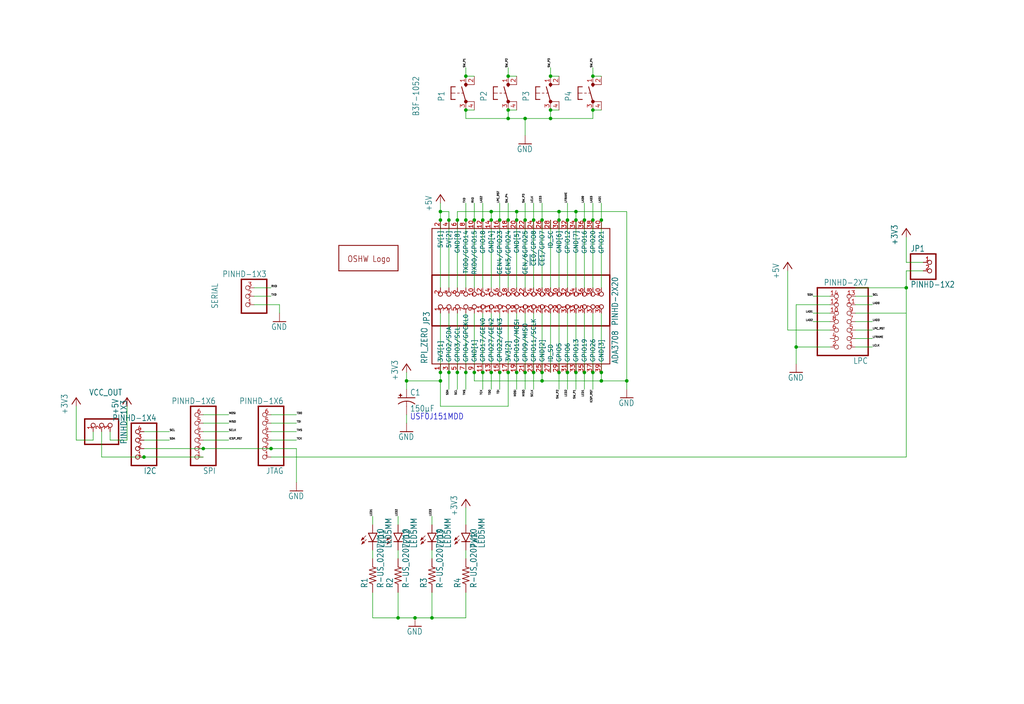
<source format=kicad_sch>
(kicad_sch (version 20211123) (generator eeschema)
  (paper "User" 307.111 211.226)
  (lib_symbols
    (symbol "xenium-programmer-rpi-eagle-import:+3V3" (power)
      (property "Value" "+3V3" (at -2.54 -5.08 90))
      (symbol "+3V3_1_0"
        (polyline (pts (xy 0 0) (xy -1.27 -1.905)) (stroke (width 0.254)))
        (polyline (pts (xy 1.27 -1.905) (xy 0 0)) (stroke (width 0.254)))
        (pin power_in line (at 0 -2.54 90) (length 2.54) (name "+3V3") (number "1"))
      )
    )
    (symbol "xenium-programmer-rpi-eagle-import:+5V" (power)
      (property "Value" "+5V" (at -2.54 -5.08 90))
      (symbol "+5V_1_0"
        (polyline (pts (xy 0 0) (xy -1.27 -1.905)) (stroke (width 0.254)))
        (polyline (pts (xy 1.27 -1.905) (xy 0 0)) (stroke (width 0.254)))
        (pin power_in line (at 0 -2.54 90) (length 2.54) (name "+5V") (number "1"))
      )
    )
    (symbol "xenium-programmer-rpi-eagle-import:ADA3708"
      (property "Reference" "A" (at -20.34 26.6962 0))
      (property "Value" "ADA3708" (at -20.3391 -30.5087 0))
      (symbol "ADA3708_1_0"
        (polyline (pts (xy -20.32 -27.94) (xy -20.32 25.4)) (stroke (width 0.254)))
        (polyline (pts (xy -20.32 25.4) (xy 20.32 25.4)) (stroke (width 0.254)))
        (polyline (pts (xy 20.32 -27.94) (xy -20.32 -27.94)) (stroke (width 0.254)))
        (polyline (pts (xy 20.32 25.4) (xy 20.32 -27.94)) (stroke (width 0.254)))
        (pin power_in line (at -22.86 22.86 0) (length 2.54) (name "3V3[1]") (number "1"))
        (pin bidirectional line (at 22.86 12.7 180) (length 2.54) (name "RXD0/GPIO15") (number "10"))
        (pin bidirectional line (at -22.86 10.16 0) (length 2.54) (name "GPIO17/GEN0") (number "11"))
        (pin bidirectional line (at 22.86 10.16 180) (length 2.54) (name "GPIO18") (number "12"))
        (pin bidirectional line (at -22.86 7.62 0) (length 2.54) (name "GPIO27/GEN2") (number "13"))
        (pin power_in line (at 22.86 7.62 180) (length 2.54) (name "GND[4]") (number "14"))
        (pin bidirectional line (at -22.86 5.08 0) (length 2.54) (name "GPIO22/GEN3") (number "15"))
        (pin bidirectional line (at 22.86 5.08 180) (length 2.54) (name "GEN4/GPIO23") (number "16"))
        (pin power_in line (at -22.86 2.54 0) (length 2.54) (name "3V3[2]") (number "17"))
        (pin bidirectional line (at 22.86 2.54 180) (length 2.54) (name "GEN5/GPIO24") (number "18"))
        (pin bidirectional line (at -22.86 0 0) (length 2.54) (name "GPIO10/MOSI") (number "19"))
        (pin power_in line (at 22.86 22.86 180) (length 2.54) (name "5V[1]") (number "2"))
        (pin power_in line (at 22.86 0 180) (length 2.54) (name "GND[5]") (number "20"))
        (pin bidirectional line (at -22.86 -2.54 0) (length 2.54) (name "GPIO9/MISO") (number "21"))
        (pin bidirectional line (at 22.86 -2.54 180) (length 2.54) (name "GEN/6GPIO25") (number "22"))
        (pin bidirectional line (at -22.86 -5.08 0) (length 2.54) (name "GPIO11/SCLK") (number "23"))
        (pin bidirectional line (at 22.86 -5.08 180) (length 2.54) (name "~{CE0}/GPIO8") (number "24"))
        (pin power_in line (at -22.86 -7.62 0) (length 2.54) (name "GND[2]") (number "25"))
        (pin bidirectional line (at 22.86 -7.62 180) (length 2.54) (name "~{CE1/}GPIO7") (number "26"))
        (pin bidirectional line (at -22.86 -10.16 0) (length 2.54) (name "ID_SD") (number "27"))
        (pin bidirectional line (at 22.86 -10.16 180) (length 2.54) (name "ID_SC") (number "28"))
        (pin bidirectional line (at -22.86 -12.7 0) (length 2.54) (name "GPIO5") (number "29"))
        (pin bidirectional line (at -22.86 20.32 0) (length 2.54) (name "GPIO2/SDA") (number "3"))
        (pin power_in line (at 22.86 -12.7 180) (length 2.54) (name "GND[6]") (number "30"))
        (pin bidirectional line (at -22.86 -15.24 0) (length 2.54) (name "GPIO6") (number "31"))
        (pin bidirectional line (at 22.86 -15.24 180) (length 2.54) (name "GPIO12") (number "32"))
        (pin bidirectional line (at -22.86 -17.78 0) (length 2.54) (name "GPIO13") (number "33"))
        (pin power_in line (at 22.86 -17.78 180) (length 2.54) (name "GND[7]") (number "34"))
        (pin bidirectional line (at -22.86 -20.32 0) (length 2.54) (name "GPIO19") (number "35"))
        (pin bidirectional line (at 22.86 -20.32 180) (length 2.54) (name "GPIO16") (number "36"))
        (pin bidirectional line (at -22.86 -22.86 0) (length 2.54) (name "GPIO26") (number "37"))
        (pin bidirectional line (at 22.86 -22.86 180) (length 2.54) (name "GPIO20") (number "38"))
        (pin power_in line (at -22.86 -25.4 0) (length 2.54) (name "GND[3]") (number "39"))
        (pin power_in line (at 22.86 20.32 180) (length 2.54) (name "5V[2]") (number "4"))
        (pin bidirectional line (at 22.86 -25.4 180) (length 2.54) (name "GPIO21") (number "40"))
        (pin bidirectional line (at -22.86 17.78 0) (length 2.54) (name "GPIO3/SCL") (number "5"))
        (pin power_in line (at 22.86 17.78 180) (length 2.54) (name "GND[8]") (number "6"))
        (pin bidirectional line (at -22.86 15.24 0) (length 2.54) (name "GPIO4/GPCKL0") (number "7"))
        (pin bidirectional line (at 22.86 15.24 180) (length 2.54) (name "TXD0/GPIO14") (number "8"))
        (pin power_in line (at -22.86 12.7 0) (length 2.54) (name "GND[1]") (number "9"))
      )
    )
    (symbol "xenium-programmer-rpi-eagle-import:B3F-1052"
      (property "Reference" "S" (at -6.3625 -2.545 90))
      (property "Value" "B3F-1052" (at -3.8105 3.1754 90))
      (symbol "B3F-1052_1_0"
        (circle (center 0 -2.54) (radius 0.127) (stroke (width 0.4064)))
        (polyline (pts (xy -4.445 -1.905) (xy -3.175 -1.905)) (stroke (width 0.254)))
        (polyline (pts (xy -4.445 0) (xy -4.445 -1.905)) (stroke (width 0.254)))
        (polyline (pts (xy -4.445 0) (xy -3.175 0)) (stroke (width 0.1524)))
        (polyline (pts (xy -4.445 1.905) (xy -4.445 0)) (stroke (width 0.254)))
        (polyline (pts (xy -4.445 1.905) (xy -3.175 1.905)) (stroke (width 0.254)))
        (polyline (pts (xy -2.54 0) (xy -1.905 0)) (stroke (width 0.1524)))
        (polyline (pts (xy -1.27 0) (xy -0.635 0)) (stroke (width 0.1524)))
        (polyline (pts (xy 0 -2.54) (xy -1.27 1.905)) (stroke (width 0.254)))
        (polyline (pts (xy 0 1.905) (xy 0 2.54)) (stroke (width 0.254)))
        (polyline (pts (xy 2.54 -2.54) (xy 0 -2.54)) (stroke (width 0.1524)))
        (polyline (pts (xy 2.54 2.54) (xy 0 2.54)) (stroke (width 0.1524)))
        (circle (center 0 2.54) (radius 0.127) (stroke (width 0.4064)))
        (pin passive line (at 0 5.08 270) (length 2.54) (name "S") (number "1"))
        (pin passive line (at 2.54 5.08 270) (length 2.54) (name "S1") (number "2"))
        (pin passive line (at 0 -5.08 90) (length 2.54) (name "P") (number "3"))
        (pin passive line (at 2.54 -5.08 90) (length 2.54) (name "P1") (number "4"))
      )
    )
    (symbol "xenium-programmer-rpi-eagle-import:CPOL-USE3.5-8"
      (property "Reference" "C" (at 1.016 0.635 0))
      (property "Value" "CPOL-USE3.5-8" (at 1.016 -4.191 0))
      (symbol "CPOL-USE3.5-8_1_0"
        (rectangle (start -2.253 0.668) (end -1.364 0.795) (fill (type outline)))
        (rectangle (start -1.872 0.287) (end -1.745 1.176) (fill (type outline)))
        (arc (start 0 -1.0161) (mid -1.3021 -1.2302) (end -2.4669 -1.8504) (stroke (width 0.254)))
        (polyline (pts (xy -2.54 0) (xy 2.54 0)) (stroke (width 0.254)))
        (polyline (pts (xy 0 -1.016) (xy 0 -2.54)) (stroke (width 0.1524)))
        (arc (start 2.4892 -1.8542) (mid 1.3158 -1.2195) (end 0 -1) (stroke (width 0.254)))
        (pin passive line (at 0 2.54 270) (length 2.54) (name "+") (number "+"))
        (pin passive line (at 0 -5.08 90) (length 2.54) (name "-") (number "-"))
      )
    )
    (symbol "xenium-programmer-rpi-eagle-import:GND" (power)
      (property "Value" "GND" (at -2.54 -2.54 0))
      (symbol "GND_1_0"
        (polyline (pts (xy -1.905 0) (xy 1.905 0)) (stroke (width 0.254)))
        (pin power_in line (at 0 2.54 270) (length 2.54) (name "GND") (number "1"))
      )
    )
    (symbol "xenium-programmer-rpi-eagle-import:LED5MM"
      (property "Reference" "LED" (at 3.556 -4.572 90))
      (property "Value" "LED5MM" (at 5.715 -4.572 90))
      (symbol "LED5MM_1_0"
        (polyline (pts (xy -2.032 -0.762) (xy -3.429 -2.159)) (stroke (width 0.1524)))
        (polyline (pts (xy -1.905 -1.905) (xy -3.302 -3.302)) (stroke (width 0.1524)))
        (polyline (pts (xy 0 -2.54) (xy -1.27 -2.54)) (stroke (width 0.254)))
        (polyline (pts (xy 0 -2.54) (xy -1.27 0)) (stroke (width 0.254)))
        (polyline (pts (xy 0 0) (xy -1.27 0)) (stroke (width 0.254)))
        (polyline (pts (xy 1.27 -2.54) (xy 0 -2.54)) (stroke (width 0.254)))
        (polyline (pts (xy 1.27 0) (xy 0 -2.54)) (stroke (width 0.254)))
        (polyline (pts (xy 1.27 0) (xy 0 0)) (stroke (width 0.254)))
        (polyline (pts (xy -3.429 -2.159) (xy -3.048 -1.27) (xy -2.54 -1.778)) (fill (type outline)))
        (polyline (pts (xy -3.302 -3.302) (xy -2.921 -2.413) (xy -2.413 -2.921)) (fill (type outline)))
        (pin passive line (at 0 2.54 270) (length 2.54) (name "A") (number "A"))
        (pin passive line (at 0 -5.08 90) (length 2.54) (name "C") (number "K"))
      )
    )
    (symbol "xenium-programmer-rpi-eagle-import:OSHWLOGOLOGO8MM"
      (symbol "OSHWLOGOLOGO8MM_1_0"
        (polyline (pts (xy 0 0) (xy 0 7.62)) (stroke (width 0.254)))
        (polyline (pts (xy 0 7.62) (xy 17.78 7.62)) (stroke (width 0.254)))
        (polyline (pts (xy 17.78 0) (xy 0 0)) (stroke (width 0.254)))
        (polyline (pts (xy 17.78 7.62) (xy 17.78 0)) (stroke (width 0.254)))
        (text "OSHW Logo" (at 2.54 2.54 0) (effects (font (size 1.778 1.5113)) (justify left bottom)))
      )
    )
    (symbol "xenium-programmer-rpi-eagle-import:PINHD-1X2"
      (property "Reference" "JP" (at -6.35 5.715 0))
      (property "Value" "PINHD-1X2" (at -6.35 -5.08 0))
      (symbol "PINHD-1X2_1_0"
        (polyline (pts (xy -6.35 -2.54) (xy 1.27 -2.54)) (stroke (width 0.4064)))
        (polyline (pts (xy -6.35 5.08) (xy -6.35 -2.54)) (stroke (width 0.4064)))
        (polyline (pts (xy 1.27 -2.54) (xy 1.27 5.08)) (stroke (width 0.4064)))
        (polyline (pts (xy 1.27 5.08) (xy -6.35 5.08)) (stroke (width 0.4064)))
        (pin passive inverted (at -2.54 2.54 0) (length 2.54) (name "1") (number "1"))
        (pin passive inverted (at -2.54 0 0) (length 2.54) (name "2") (number "2"))
      )
    )
    (symbol "xenium-programmer-rpi-eagle-import:PINHD-1X3"
      (property "Reference" "JP" (at -6.35 5.715 0))
      (property "Value" "PINHD-1X3" (at -6.35 -7.62 0))
      (symbol "PINHD-1X3_1_0"
        (polyline (pts (xy -6.35 -5.08) (xy 1.27 -5.08)) (stroke (width 0.4064)))
        (polyline (pts (xy -6.35 5.08) (xy -6.35 -5.08)) (stroke (width 0.4064)))
        (polyline (pts (xy 1.27 -5.08) (xy 1.27 5.08)) (stroke (width 0.4064)))
        (polyline (pts (xy 1.27 5.08) (xy -6.35 5.08)) (stroke (width 0.4064)))
        (pin passive inverted (at -2.54 2.54 0) (length 2.54) (name "1") (number "1"))
        (pin passive inverted (at -2.54 0 0) (length 2.54) (name "2") (number "2"))
        (pin passive inverted (at -2.54 -2.54 0) (length 2.54) (name "3") (number "3"))
      )
    )
    (symbol "xenium-programmer-rpi-eagle-import:PINHD-1X4"
      (property "Reference" "JP" (at -6.35 8.255 0))
      (property "Value" "PINHD-1X4" (at -6.35 -7.62 0))
      (symbol "PINHD-1X4_1_0"
        (polyline (pts (xy -6.35 -5.08) (xy 1.27 -5.08)) (stroke (width 0.4064)))
        (polyline (pts (xy -6.35 7.62) (xy -6.35 -5.08)) (stroke (width 0.4064)))
        (polyline (pts (xy 1.27 -5.08) (xy 1.27 7.62)) (stroke (width 0.4064)))
        (polyline (pts (xy 1.27 7.62) (xy -6.35 7.62)) (stroke (width 0.4064)))
        (pin passive inverted (at -2.54 5.08 0) (length 2.54) (name "1") (number "1"))
        (pin passive inverted (at -2.54 2.54 0) (length 2.54) (name "2") (number "2"))
        (pin passive inverted (at -2.54 0 0) (length 2.54) (name "3") (number "3"))
        (pin passive inverted (at -2.54 -2.54 0) (length 2.54) (name "4") (number "4"))
      )
    )
    (symbol "xenium-programmer-rpi-eagle-import:PINHD-1X6"
      (property "Reference" "JP" (at -6.35 10.795 0))
      (property "Value" "PINHD-1X6" (at -6.35 -10.16 0))
      (symbol "PINHD-1X6_1_0"
        (polyline (pts (xy -6.35 -7.62) (xy 1.27 -7.62)) (stroke (width 0.4064)))
        (polyline (pts (xy -6.35 10.16) (xy -6.35 -7.62)) (stroke (width 0.4064)))
        (polyline (pts (xy 1.27 -7.62) (xy 1.27 10.16)) (stroke (width 0.4064)))
        (polyline (pts (xy 1.27 10.16) (xy -6.35 10.16)) (stroke (width 0.4064)))
        (pin passive inverted (at -2.54 7.62 0) (length 2.54) (name "1") (number "1"))
        (pin passive inverted (at -2.54 5.08 0) (length 2.54) (name "2") (number "2"))
        (pin passive inverted (at -2.54 2.54 0) (length 2.54) (name "3") (number "3"))
        (pin passive inverted (at -2.54 0 0) (length 2.54) (name "4") (number "4"))
        (pin passive inverted (at -2.54 -2.54 0) (length 2.54) (name "5") (number "5"))
        (pin passive inverted (at -2.54 -5.08 0) (length 2.54) (name "6") (number "6"))
      )
    )
    (symbol "xenium-programmer-rpi-eagle-import:PINHD-2X20"
      (property "Reference" "JP" (at -6.35 26.035 0))
      (property "Value" "PINHD-2X20" (at -6.35 -30.48 0))
      (symbol "PINHD-2X20_1_0"
        (polyline (pts (xy -6.35 -27.94) (xy 8.89 -27.94)) (stroke (width 0.4064)))
        (polyline (pts (xy -6.35 25.4) (xy -6.35 -27.94)) (stroke (width 0.4064)))
        (polyline (pts (xy 8.89 -27.94) (xy 8.89 25.4)) (stroke (width 0.4064)))
        (polyline (pts (xy 8.89 25.4) (xy -6.35 25.4)) (stroke (width 0.4064)))
        (pin passive inverted (at -2.54 22.86 0) (length 2.54) (name "1") (number "1"))
        (pin passive inverted (at 5.08 12.7 180) (length 2.54) (name "10") (number "10"))
        (pin passive inverted (at -2.54 10.16 0) (length 2.54) (name "11") (number "11"))
        (pin passive inverted (at 5.08 10.16 180) (length 2.54) (name "12") (number "12"))
        (pin passive inverted (at -2.54 7.62 0) (length 2.54) (name "13") (number "13"))
        (pin passive inverted (at 5.08 7.62 180) (length 2.54) (name "14") (number "14"))
        (pin passive inverted (at -2.54 5.08 0) (length 2.54) (name "15") (number "15"))
        (pin passive inverted (at 5.08 5.08 180) (length 2.54) (name "16") (number "16"))
        (pin passive inverted (at -2.54 2.54 0) (length 2.54) (name "17") (number "17"))
        (pin passive inverted (at 5.08 2.54 180) (length 2.54) (name "18") (number "18"))
        (pin passive inverted (at -2.54 0 0) (length 2.54) (name "19") (number "19"))
        (pin passive inverted (at 5.08 22.86 180) (length 2.54) (name "2") (number "2"))
        (pin passive inverted (at 5.08 0 180) (length 2.54) (name "20") (number "20"))
        (pin passive inverted (at -2.54 -2.54 0) (length 2.54) (name "21") (number "21"))
        (pin passive inverted (at 5.08 -2.54 180) (length 2.54) (name "22") (number "22"))
        (pin passive inverted (at -2.54 -5.08 0) (length 2.54) (name "23") (number "23"))
        (pin passive inverted (at 5.08 -5.08 180) (length 2.54) (name "24") (number "24"))
        (pin passive inverted (at -2.54 -7.62 0) (length 2.54) (name "25") (number "25"))
        (pin passive inverted (at 5.08 -7.62 180) (length 2.54) (name "26") (number "26"))
        (pin passive inverted (at -2.54 -10.16 0) (length 2.54) (name "27") (number "27"))
        (pin passive inverted (at 5.08 -10.16 180) (length 2.54) (name "28") (number "28"))
        (pin passive inverted (at -2.54 -12.7 0) (length 2.54) (name "29") (number "29"))
        (pin passive inverted (at -2.54 20.32 0) (length 2.54) (name "3") (number "3"))
        (pin passive inverted (at 5.08 -12.7 180) (length 2.54) (name "30") (number "30"))
        (pin passive inverted (at -2.54 -15.24 0) (length 2.54) (name "31") (number "31"))
        (pin passive inverted (at 5.08 -15.24 180) (length 2.54) (name "32") (number "32"))
        (pin passive inverted (at -2.54 -17.78 0) (length 2.54) (name "33") (number "33"))
        (pin passive inverted (at 5.08 -17.78 180) (length 2.54) (name "34") (number "34"))
        (pin passive inverted (at -2.54 -20.32 0) (length 2.54) (name "35") (number "35"))
        (pin passive inverted (at 5.08 -20.32 180) (length 2.54) (name "36") (number "36"))
        (pin passive inverted (at -2.54 -22.86 0) (length 2.54) (name "37") (number "37"))
        (pin passive inverted (at 5.08 -22.86 180) (length 2.54) (name "38") (number "38"))
        (pin passive inverted (at -2.54 -25.4 0) (length 2.54) (name "39") (number "39"))
        (pin passive inverted (at 5.08 20.32 180) (length 2.54) (name "4") (number "4"))
        (pin passive inverted (at 5.08 -25.4 180) (length 2.54) (name "40") (number "40"))
        (pin passive inverted (at -2.54 17.78 0) (length 2.54) (name "5") (number "5"))
        (pin passive inverted (at 5.08 17.78 180) (length 2.54) (name "6") (number "6"))
        (pin passive inverted (at -2.54 15.24 0) (length 2.54) (name "7") (number "7"))
        (pin passive inverted (at 5.08 15.24 180) (length 2.54) (name "8") (number "8"))
        (pin passive inverted (at -2.54 12.7 0) (length 2.54) (name "9") (number "9"))
      )
    )
    (symbol "xenium-programmer-rpi-eagle-import:PINHD-2X7"
      (property "Reference" "JP" (at -6.35 10.795 0))
      (property "Value" "PINHD-2X7" (at -6.35 -12.7 0))
      (symbol "PINHD-2X7_1_0"
        (polyline (pts (xy -6.35 -10.16) (xy 8.89 -10.16)) (stroke (width 0.4064)))
        (polyline (pts (xy -6.35 10.16) (xy -6.35 -10.16)) (stroke (width 0.4064)))
        (polyline (pts (xy 8.89 -10.16) (xy 8.89 10.16)) (stroke (width 0.4064)))
        (polyline (pts (xy 8.89 10.16) (xy -6.35 10.16)) (stroke (width 0.4064)))
        (pin passive inverted (at -2.54 7.62 0) (length 2.54) (name "1") (number "1"))
        (pin passive inverted (at 5.08 -2.54 180) (length 2.54) (name "10") (number "10"))
        (pin passive inverted (at -2.54 -5.08 0) (length 2.54) (name "11") (number "11"))
        (pin passive inverted (at 5.08 -5.08 180) (length 2.54) (name "12") (number "12"))
        (pin passive inverted (at -2.54 -7.62 0) (length 2.54) (name "13") (number "13"))
        (pin passive inverted (at 5.08 -7.62 180) (length 2.54) (name "14") (number "14"))
        (pin passive inverted (at 5.08 7.62 180) (length 2.54) (name "2") (number "2"))
        (pin passive inverted (at -2.54 5.08 0) (length 2.54) (name "3") (number "3"))
        (pin passive inverted (at 5.08 5.08 180) (length 2.54) (name "4") (number "4"))
        (pin passive inverted (at -2.54 2.54 0) (length 2.54) (name "5") (number "5"))
        (pin passive inverted (at 5.08 2.54 180) (length 2.54) (name "6") (number "6"))
        (pin passive inverted (at -2.54 0 0) (length 2.54) (name "7") (number "7"))
        (pin passive inverted (at 5.08 0 180) (length 2.54) (name "8") (number "8"))
        (pin passive inverted (at -2.54 -2.54 0) (length 2.54) (name "9") (number "9"))
      )
    )
    (symbol "xenium-programmer-rpi-eagle-import:R-US_0207{slash}10"
      (property "Reference" "R" (at -3.81 1.4986 0))
      (property "Value" "R-US_0207{slash}10" (at -3.81 -3.302 0))
      (symbol "R-US_0207{slash}10_1_0"
        (polyline (pts (xy -2.54 0) (xy -2.159 1.016)) (stroke (width 0.2032)))
        (polyline (pts (xy -2.159 1.016) (xy -1.524 -1.016)) (stroke (width 0.2032)))
        (polyline (pts (xy -1.524 -1.016) (xy -0.889 1.016)) (stroke (width 0.2032)))
        (polyline (pts (xy -0.889 1.016) (xy -0.254 -1.016)) (stroke (width 0.2032)))
        (polyline (pts (xy -0.254 -1.016) (xy 0.381 1.016)) (stroke (width 0.2032)))
        (polyline (pts (xy 0.381 1.016) (xy 1.016 -1.016)) (stroke (width 0.2032)))
        (polyline (pts (xy 1.016 -1.016) (xy 1.651 1.016)) (stroke (width 0.2032)))
        (polyline (pts (xy 1.651 1.016) (xy 2.286 -1.016)) (stroke (width 0.2032)))
        (polyline (pts (xy 2.286 -1.016) (xy 2.54 0)) (stroke (width 0.2032)))
        (pin passive line (at -5.08 0 0) (length 2.54) (name "1") (number "1"))
        (pin passive line (at 5.08 0 180) (length 2.54) (name "2") (number "2"))
      )
    )
  )
  (junction (at 119.38 185.42))
  (junction (at 177.8 22.86))
  (junction (at 81.28 134.62))
  (junction (at 162.56 114.3))
  (junction (at 154.94 63.5))
  (junction (at 60.96 134.62))
  (junction (at 144.78 66.04))
  (junction (at 152.4 35.56))
  (junction (at 165.1 22.86))
  (junction (at 132.08 66.04))
  (junction (at 152.4 111.76))
  (junction (at 160.02 111.76))
  (junction (at 271.78 86.36))
  (junction (at 160.02 66.04))
  (junction (at 157.48 35.56))
  (junction (at 147.32 66.04))
  (junction (at 165.1 33.02))
  (junction (at 238.76 104.14))
  (junction (at 162.56 66.04))
  (junction (at 167.64 63.5))
  (junction (at 147.32 111.76))
  (junction (at 149.86 111.76))
  (junction (at 139.7 111.76))
  (junction (at 142.24 111.76))
  (junction (at 172.72 66.04))
  (junction (at 43.18 137.16))
  (junction (at 152.4 33.02))
  (junction (at 144.78 111.76))
  (junction (at 177.8 33.02))
  (junction (at 132.08 111.76))
  (junction (at 177.8 111.76))
  (junction (at 129.54 185.42))
  (junction (at 157.48 66.04))
  (junction (at 149.86 66.04))
  (junction (at 167.64 66.04))
  (junction (at 139.7 66.04))
  (junction (at 154.94 111.76))
  (junction (at 134.62 66.04))
  (junction (at 162.56 111.76))
  (junction (at 175.26 111.76))
  (junction (at 180.34 114.3))
  (junction (at 152.4 22.86))
  (junction (at 142.24 66.04))
  (junction (at 180.34 66.04))
  (junction (at 134.62 111.76))
  (junction (at 157.48 111.76))
  (junction (at 137.16 66.04))
  (junction (at 172.72 63.5))
  (junction (at 124.46 185.42))
  (junction (at 152.4 66.04))
  (junction (at 147.32 63.5))
  (junction (at 170.18 66.04))
  (junction (at 172.72 111.76))
  (junction (at 121.92 114.3))
  (junction (at 154.94 66.04))
  (junction (at 167.64 111.76))
  (junction (at 177.8 66.04))
  (junction (at 137.16 111.76))
  (junction (at 132.08 114.3))
  (junction (at 180.34 111.76))
  (junction (at 165.1 35.56))
  (junction (at 132.08 63.5))
  (junction (at 187.96 114.3))
  (junction (at 175.26 66.04))
  (junction (at 170.18 111.76))
  (junction (at 139.7 33.02))
  (junction (at 139.7 22.86))
  (wire (pts (xy 160.02 86.36) (xy 160.02 66.04)))
  (wire (pts (xy 248.92 104.14) (xy 238.76 104.14)))
  (wire (pts (xy 165.1 33.02) (xy 165.1 35.56)))
  (wire (pts (xy 137.16 63.5) (xy 147.32 63.5)))
  (wire (pts (xy 119.38 177.8) (xy 119.38 185.42)))
  (wire (pts (xy 139.7 35.56) (xy 152.4 35.56)))
  (wire (pts (xy 139.7 33.02) (xy 139.7 35.56)))
  (wire (pts (xy 137.16 93.98) (xy 137.16 111.76)))
  (wire (pts (xy 147.32 93.98) (xy 147.32 111.76)))
  (wire (pts (xy 129.54 185.42) (xy 139.7 185.42)))
  (wire (pts (xy 60.96 129.54) (xy 68.58 129.54)))
  (wire (pts (xy 81.28 132.08) (xy 88.9 132.08)))
  (wire (pts (xy 271.78 81.28) (xy 276.86 81.28)))
  (wire (pts (xy 162.56 93.98) (xy 162.56 111.76)))
  (wire (pts (xy 180.34 114.3) (xy 187.96 114.3)))
  (wire (pts (xy 152.4 22.86) (xy 154.94 22.86)))
  (wire (pts (xy 261.62 91.44) (xy 256.54 91.44)))
  (wire (pts (xy 238.76 91.44) (xy 238.76 104.14)))
  (wire (pts (xy 165.1 111.76) (xy 165.1 93.98)))
  (wire (pts (xy 132.08 63.5) (xy 132.08 60.96)))
  (wire (pts (xy 149.86 66.04) (xy 149.86 86.36)))
  (wire (pts (xy 152.4 66.04) (xy 152.4 60.96)))
  (wire (pts (xy 139.7 22.86) (xy 142.24 22.86)))
  (wire (pts (xy 30.48 137.16) (xy 30.48 129.54)))
  (wire (pts (xy 162.56 114.3) (xy 180.34 114.3)))
  (wire (pts (xy 111.76 177.8) (xy 111.76 185.42)))
  (wire (pts (xy 243.84 93.98) (xy 248.92 93.98)))
  (wire (pts (xy 33.02 132.08) (xy 38.1 132.08)))
  (wire (pts (xy 172.72 93.98) (xy 172.72 111.76)))
  (wire (pts (xy 144.78 111.76) (xy 144.78 116.84)))
  (wire (pts (xy 137.16 111.76) (xy 137.16 116.84)))
  (wire (pts (xy 43.18 132.08) (xy 50.8 132.08)))
  (wire (pts (xy 132.08 93.98) (xy 132.08 111.76)))
  (wire (pts (xy 165.1 22.86) (xy 165.1 20.32)))
  (wire (pts (xy 187.96 63.5) (xy 187.96 114.3)))
  (wire (pts (xy 147.32 63.5) (xy 154.94 63.5)))
  (wire (pts (xy 175.26 93.98) (xy 175.26 111.76)))
  (wire (pts (xy 170.18 66.04) (xy 170.18 60.96)))
  (wire (pts (xy 177.8 22.86) (xy 177.8 20.32)))
  (wire (pts (xy 132.08 114.3) (xy 121.92 114.3)))
  (wire (pts (xy 132.08 86.36) (xy 132.08 66.04)))
  (wire (pts (xy 139.7 111.76) (xy 139.7 116.84)))
  (wire (pts (xy 76.2 91.44) (xy 83.82 91.44)))
  (wire (pts (xy 154.94 111.76) (xy 154.94 116.84)))
  (wire (pts (xy 134.62 93.98) (xy 134.62 111.76)))
  (wire (pts (xy 172.72 66.04) (xy 172.72 63.5)))
  (wire (pts (xy 154.94 63.5) (xy 167.64 63.5)))
  (wire (pts (xy 162.56 86.36) (xy 162.56 66.04)))
  (wire (pts (xy 139.7 157.48) (xy 139.7 152.4)))
  (wire (pts (xy 157.48 35.56) (xy 165.1 35.56)))
  (wire (pts (xy 139.7 185.42) (xy 139.7 177.8)))
  (wire (pts (xy 144.78 93.98) (xy 144.78 111.76)))
  (wire (pts (xy 165.1 86.36) (xy 165.1 66.04)))
  (wire (pts (xy 142.24 111.76) (xy 142.24 114.3)))
  (wire (pts (xy 261.62 101.6) (xy 256.54 101.6)))
  (wire (pts (xy 111.76 185.42) (xy 119.38 185.42)))
  (wire (pts (xy 139.7 167.64) (xy 139.7 165.1)))
  (wire (pts (xy 165.1 33.02) (xy 167.64 33.02)))
  (wire (pts (xy 180.34 66.04) (xy 180.34 60.96)))
  (wire (pts (xy 175.26 66.04) (xy 175.26 60.96)))
  (wire (pts (xy 167.64 66.04) (xy 167.64 63.5)))
  (wire (pts (xy 43.18 129.54) (xy 50.8 129.54)))
  (wire (pts (xy 261.62 104.14) (xy 256.54 104.14)))
  (wire (pts (xy 177.8 111.76) (xy 177.8 116.84)))
  (wire (pts (xy 152.4 86.36) (xy 152.4 66.04)))
  (wire (pts (xy 175.26 111.76) (xy 175.26 116.84)))
  (wire (pts (xy 157.48 93.98) (xy 157.48 111.76)))
  (wire (pts (xy 167.64 63.5) (xy 172.72 63.5)))
  (wire (pts (xy 81.28 124.46) (xy 88.9 124.46)))
  (wire (pts (xy 172.72 63.5) (xy 187.96 63.5)))
  (wire (pts (xy 271.78 71.12) (xy 271.78 78.74)))
  (wire (pts (xy 137.16 86.36) (xy 137.16 66.04)))
  (wire (pts (xy 256.54 86.36) (xy 271.78 86.36)))
  (wire (pts (xy 139.7 66.04) (xy 139.7 86.36)))
  (wire (pts (xy 261.62 88.9) (xy 256.54 88.9)))
  (wire (pts (xy 157.48 111.76) (xy 157.48 116.84)))
  (wire (pts (xy 177.8 33.02) (xy 177.8 35.56)))
  (wire (pts (xy 129.54 157.48) (xy 129.54 154.94)))
  (wire (pts (xy 243.84 96.52) (xy 248.92 96.52)))
  (wire (pts (xy 88.9 134.62) (xy 88.9 144.78)))
  (wire (pts (xy 180.34 86.36) (xy 180.34 66.04)))
  (wire (pts (xy 170.18 111.76) (xy 170.18 116.84)))
  (wire (pts (xy 111.76 167.64) (xy 111.76 165.1)))
  (wire (pts (xy 111.76 157.48) (xy 111.76 154.94)))
  (wire (pts (xy 60.96 124.46) (xy 68.58 124.46)))
  (wire (pts (xy 154.94 66.04) (xy 154.94 63.5)))
  (wire (pts (xy 139.7 66.04) (xy 139.7 60.96)))
  (wire (pts (xy 43.18 137.16) (xy 30.48 137.16)))
  (wire (pts (xy 134.62 86.36) (xy 134.62 66.04)))
  (wire (pts (xy 167.64 93.98) (xy 167.64 111.76)))
  (wire (pts (xy 149.86 66.04) (xy 149.86 60.96)))
  (wire (pts (xy 177.8 33.02) (xy 180.34 33.02)))
  (wire (pts (xy 177.8 93.98) (xy 177.8 111.76)))
  (wire (pts (xy 144.78 66.04) (xy 144.78 60.96)))
  (wire (pts (xy 33.02 129.54) (xy 33.02 132.08)))
  (wire (pts (xy 152.4 22.86) (xy 152.4 20.32)))
  (wire (pts (xy 43.18 137.16) (xy 60.96 137.16)))
  (wire (pts (xy 261.62 96.52) (xy 256.54 96.52)))
  (wire (pts (xy 160.02 93.98) (xy 160.02 111.76)))
  (wire (pts (xy 177.8 22.86) (xy 180.34 22.86)))
  (wire (pts (xy 248.92 99.06) (xy 236.22 99.06)))
  (wire (pts (xy 121.92 114.3) (xy 121.92 111.76)))
  (wire (pts (xy 152.4 35.56) (xy 157.48 35.56)))
  (wire (pts (xy 157.48 35.56) (xy 157.48 40.64)))
  (wire (pts (xy 162.56 66.04) (xy 162.56 60.96)))
  (wire (pts (xy 142.24 114.3) (xy 162.56 114.3)))
  (wire (pts (xy 238.76 104.14) (xy 238.76 109.22)))
  (wire (pts (xy 167.64 111.76) (xy 167.64 116.84)))
  (wire (pts (xy 236.22 99.06) (xy 236.22 81.28)))
  (wire (pts (xy 175.26 86.36) (xy 175.26 66.04)))
  (wire (pts (xy 139.7 22.86) (xy 139.7 20.32)))
  (wire (pts (xy 154.94 86.36) (xy 154.94 66.04)))
  (wire (pts (xy 132.08 121.92) (xy 132.08 114.3)))
  (wire (pts (xy 177.8 66.04) (xy 177.8 60.96)))
  (wire (pts (xy 129.54 177.8) (xy 129.54 185.42)))
  (wire (pts (xy 144.78 66.04) (xy 144.78 86.36)))
  (wire (pts (xy 165.1 35.56) (xy 177.8 35.56)))
  (wire (pts (xy 134.62 66.04) (xy 134.62 63.5)))
  (wire (pts (xy 162.56 111.76) (xy 162.56 114.3)))
  (wire (pts (xy 248.92 91.44) (xy 238.76 91.44)))
  (wire (pts (xy 27.94 129.54) (xy 27.94 132.08)))
  (wire (pts (xy 119.38 185.42) (xy 124.46 185.42)))
  (wire (pts (xy 60.96 132.08) (xy 68.58 132.08)))
  (wire (pts (xy 149.86 111.76) (xy 149.86 116.84)))
  (wire (pts (xy 172.72 111.76) (xy 172.72 116.84)))
  (wire (pts (xy 147.32 111.76) (xy 147.32 116.84)))
  (wire (pts (xy 180.34 93.98) (xy 180.34 111.76)))
  (wire (pts (xy 152.4 33.02) (xy 152.4 35.56)))
  (wire (pts (xy 180.34 111.76) (xy 180.34 114.3)))
  (wire (pts (xy 137.16 66.04) (xy 137.16 63.5)))
  (wire (pts (xy 261.62 99.06) (xy 256.54 99.06)))
  (wire (pts (xy 152.4 33.02) (xy 154.94 33.02)))
  (wire (pts (xy 124.46 185.42) (xy 129.54 185.42)))
  (wire (pts (xy 271.78 137.16) (xy 271.78 93.98)))
  (wire (pts (xy 132.08 66.04) (xy 132.08 63.5)))
  (wire (pts (xy 170.18 66.04) (xy 170.18 86.36)))
  (wire (pts (xy 81.28 127) (xy 88.9 127)))
  (wire (pts (xy 167.64 86.36) (xy 167.64 66.04)))
  (wire (pts (xy 83.82 91.44) (xy 83.82 93.98)))
  (wire (pts (xy 152.4 121.92) (xy 132.08 121.92)))
  (wire (pts (xy 165.1 22.86) (xy 167.64 22.86)))
  (wire (pts (xy 149.86 93.98) (xy 149.86 111.76)))
  (wire (pts (xy 139.7 93.98) (xy 139.7 111.76)))
  (wire (pts (xy 119.38 157.48) (xy 119.38 154.94)))
  (wire (pts (xy 170.18 93.98) (xy 170.18 111.76)))
  (wire (pts (xy 152.4 111.76) (xy 152.4 121.92)))
  (wire (pts (xy 22.86 132.08) (xy 22.86 121.92)))
  (wire (pts (xy 157.48 66.04) (xy 157.48 86.36)))
  (wire (pts (xy 139.7 33.02) (xy 142.24 33.02)))
  (wire (pts (xy 187.96 114.3) (xy 187.96 116.84)))
  (wire (pts (xy 154.94 93.98) (xy 154.94 111.76)))
  (wire (pts (xy 152.4 93.98) (xy 152.4 111.76)))
  (wire (pts (xy 129.54 167.64) (xy 129.54 165.1)))
  (wire (pts (xy 27.94 132.08) (xy 22.86 132.08)))
  (wire (pts (xy 256.54 93.98) (xy 271.78 93.98)))
  (wire (pts (xy 134.62 63.5) (xy 132.08 63.5)))
  (wire (pts (xy 121.92 116.84) (xy 121.92 114.3)))
  (wire (pts (xy 119.38 167.64) (xy 119.38 165.1)))
  (wire (pts (xy 60.96 127) (xy 68.58 127)))
  (wire (pts (xy 271.78 86.36) (xy 271.78 81.28)))
  (wire (pts (xy 142.24 66.04) (xy 142.24 60.96)))
  (wire (pts (xy 38.1 132.08) (xy 38.1 121.92)))
  (wire (pts (xy 160.02 66.04) (xy 160.02 60.96)))
  (wire (pts (xy 81.28 129.54) (xy 88.9 129.54)))
  (wire (pts (xy 81.28 137.16) (xy 271.78 137.16)))
  (wire (pts (xy 121.92 127) (xy 121.92 124.46)))
  (wire (pts (xy 271.78 93.98) (xy 271.78 86.36)))
  (wire (pts (xy 76.2 86.36) (xy 81.28 86.36)))
  (wire (pts (xy 147.32 66.04) (xy 147.32 63.5)))
  (wire (pts (xy 172.72 86.36) (xy 172.72 66.04)))
  (wire (pts (xy 147.32 86.36) (xy 147.32 66.04)))
  (wire (pts (xy 60.96 134.62) (xy 81.28 134.62)))
  (wire (pts (xy 132.08 111.76) (xy 132.08 114.3)))
  (wire (pts (xy 177.8 86.36) (xy 177.8 66.04)))
  (wire (pts (xy 134.62 111.76) (xy 134.62 116.84)))
  (wire (pts (xy 271.78 78.74) (xy 276.86 78.74)))
  (wire (pts (xy 76.2 88.9) (xy 81.28 88.9)))
  (wire (pts (xy 243.84 88.9) (xy 248.92 88.9)))
  (wire (pts (xy 160.02 111.76) (xy 160.02 116.84)))
  (wire (pts (xy 142.24 86.36) (xy 142.24 66.04)))
  (wire (pts (xy 157.48 66.04) (xy 157.48 60.96)))
  (wire (pts (xy 142.24 111.76) (xy 142.24 93.98)))
  (wire (pts (xy 43.18 134.62) (xy 60.96 134.62)))
  (wire (pts (xy 81.28 134.62) (xy 88.9 134.62)))
  (text "USF0J151MDD" (at 122.936 126.238 180) (effects (font (size 1.778 1.5113)) (justify left bottom)))
  (label "SCLK" (at 160.02 116.84 270) (effects (font (size 0.569 0.569))))
  (label "TDO" (at 147.32 116.84 270) (effects (font (size 0.569 0.569))))
  (label "MOSI" (at 68.58 124.46 0) (effects (font (size 0.569 0.569))))
  (label "LAD1" (at 243.84 93.98 180) (effects (font (size 0.569 0.569))))
  (label "LFRAME" (at 261.62 101.6 0) (effects (font (size 0.569 0.569))))
  (label "RXD" (at 142.24 60.96 90) (effects (font (size 0.569 0.569))))
  (label "MISO" (at 157.48 116.84 270) (effects (font (size 0.569 0.569))))
  (label "SCL" (at 261.62 88.9 0) (effects (font (size 0.569 0.569))))
  (label "SCL" (at 50.8 129.54 0) (effects (font (size 0.569 0.569))))
  (label "LED2" (at 170.18 116.84 270) (effects (font (size 0.569 0.569))))
  (label "ICSP_RST" (at 177.8 116.84 270) (effects (font (size 0.569 0.569))))
  (label "SW_P3" (at 157.48 60.96 90) (effects (font (size 0.569 0.569))))
  (label "LED1" (at 175.26 116.84 270) (effects (font (size 0.569 0.569))))
  (label "MOSI" (at 154.94 116.84 270) (effects (font (size 0.569 0.569))))
  (label "SDA" (at 134.62 116.84 270) (effects (font (size 0.569 0.569))))
  (label "ICSP_RST" (at 68.58 132.08 0) (effects (font (size 0.569 0.569))))
  (label "LAD2" (at 243.84 96.52 180) (effects (font (size 0.569 0.569))))
  (label "LPC_RST" (at 149.86 60.96 90) (effects (font (size 0.569 0.569))))
  (label "TCK" (at 88.9 132.08 0) (effects (font (size 0.569 0.569))))
  (label "TDI" (at 149.86 116.84 270) (effects (font (size 0.569 0.569))))
  (label "TXD" (at 81.28 88.9 0) (effects (font (size 0.569 0.569))))
  (label "SDA" (at 50.8 132.08 0) (effects (font (size 0.569 0.569))))
  (label "TDO" (at 88.9 124.46 0) (effects (font (size 0.569 0.569))))
  (label "SW_P1" (at 139.7 20.32 90) (effects (font (size 0.569 0.569))))
  (label "LFRAME" (at 170.18 60.96 90) (effects (font (size 0.569 0.569))))
  (label "LAD3" (at 177.8 60.96 90) (effects (font (size 0.569 0.569))))
  (label "LAD2" (at 144.78 60.96 90) (effects (font (size 0.569 0.569))))
  (label "LED3" (at 129.54 154.94 90) (effects (font (size 0.569 0.569))))
  (label "LAD3" (at 261.62 96.52 0) (effects (font (size 0.569 0.569))))
  (label "TCK" (at 144.78 116.84 270) (effects (font (size 0.569 0.569))))
  (label "SDA" (at 243.84 88.9 180) (effects (font (size 0.569 0.569))))
  (label "SW_P1" (at 172.72 116.84 270) (effects (font (size 0.569 0.569))))
  (label "SCLK" (at 68.58 129.54 0) (effects (font (size 0.569 0.569))))
  (label "MISO" (at 68.58 127 0) (effects (font (size 0.569 0.569))))
  (label "SW_P2" (at 167.64 116.84 270) (effects (font (size 0.569 0.569))))
  (label "TXD" (at 139.7 60.96 90) (effects (font (size 0.569 0.569))))
  (label "LED3" (at 162.56 60.96 90) (effects (font (size 0.569 0.569))))
  (label "LED2" (at 119.38 154.94 90) (effects (font (size 0.569 0.569))))
  (label "LED1" (at 111.76 154.94 90) (effects (font (size 0.569 0.569))))
  (label "RXD" (at 81.28 86.36 0) (effects (font (size 0.569 0.569))))
  (label "SW_P4" (at 177.8 20.32 90) (effects (font (size 0.569 0.569))))
  (label "LAD0" (at 261.62 91.44 0) (effects (font (size 0.569 0.569))))
  (label "TMS" (at 88.9 129.54 0) (effects (font (size 0.569 0.569))))
  (label "LCLK" (at 261.62 104.14 0) (effects (font (size 0.569 0.569))))
  (label "SW_P4" (at 152.4 60.96 90) (effects (font (size 0.569 0.569))))
  (label "LAD1" (at 180.34 60.96 90) (effects (font (size 0.569 0.569))))
  (label "SCL" (at 137.16 116.84 270) (effects (font (size 0.569 0.569))))
  (label "SW_P3" (at 165.1 20.32 90) (effects (font (size 0.569 0.569))))
  (label "LCLK" (at 160.02 60.96 90) (effects (font (size 0.569 0.569))))
  (label "LAD0" (at 175.26 60.96 90) (effects (font (size 0.569 0.569))))
  (label "LPC_RST" (at 261.62 99.06 0) (effects (font (size 0.569 0.569))))
  (label "TDI" (at 88.9 127 0) (effects (font (size 0.569 0.569))))
  (label "TMS" (at 139.7 116.84 270) (effects (font (size 0.569 0.569))))
  (label "SW_P2" (at 152.4 20.32 90) (effects (font (size 0.569 0.569))))
  (symbol (lib_id "xenium-programmer-rpi-eagle-import:+5V") (at 132.08 58.42 0) (unit 1)
    (property "Reference" "#P+1" (effects hide))
    (property "Value" "+5V" (at 129.54 63.5 90) (effects (font (size 1.778 1.5113)) (justify left bottom)))
    (property "Footprint" "xenium-programmer-rpi:" (effects hide))
  )
  (symbol (lib_id "xenium-programmer-rpi-eagle-import:LED5MM") (at 111.76 160.02 0)
    (property "Reference" "LED1" (at 115.316 164.592 90) (effects (font (size 1.778 1.5113)) (justify left bottom)))
    (property "Value" "LED5MM" (at 117.475 164.592 90) (effects (font (size 1.778 1.5113)) (justify left bottom)))
    (property "Footprint" "xenium-programmer-rpi:LED5MM" (effects hide))
  )
  (symbol (lib_id "xenium-programmer-rpi-eagle-import:+3V3") (at 121.92 109.22 0) (unit 1)
    (property "Reference" "#+3V3" (effects hide))
    (property "Value" "+3V3" (at 119.38 114.3 90) (effects (font (size 1.778 1.5113)) (justify left bottom)))
    (property "Footprint" "xenium-programmer-rpi:" (effects hide))
  )
  (symbol (lib_id "xenium-programmer-rpi-eagle-import:+5V") (at 236.22 78.74 0) (unit 1)
    (property "Reference" "#P+5" (effects hide))
    (property "Value" "+5V" (at 233.68 83.82 90) (effects (font (size 1.778 1.5113)) (justify left bottom)))
    (property "Footprint" "xenium-programmer-rpi:" (effects hide))
  )
  (symbol (lib_id "xenium-programmer-rpi-eagle-import:PINHD-1X6") (at 58.42 129.54 180)
    (property "Reference" "SPI" (at 64.77 140.335 0) (effects (font (size 1.778 1.5113)) (justify left bottom)))
    (property "Value" "PINHD-1X6" (at 64.77 119.38 0) (effects (font (size 1.778 1.5113)) (justify left bottom)))
    (property "Footprint" "xenium-programmer-rpi:1X06" (effects hide))
  )
  (symbol (lib_id "xenium-programmer-rpi-eagle-import:+3V3") (at 139.7 149.86 0) (unit 1)
    (property "Reference" "#+3V4" (effects hide))
    (property "Value" "+3V3" (at 137.16 154.94 90) (effects (font (size 1.778 1.5113)) (justify left bottom)))
    (property "Footprint" "xenium-programmer-rpi:" (effects hide))
  )
  (symbol (lib_id "xenium-programmer-rpi-eagle-import:LED5MM") (at 139.7 160.02 0)
    (property "Reference" "PWR" (at 143.256 164.592 90) (effects (font (size 1.778 1.5113)) (justify left bottom)))
    (property "Value" "LED5MM" (at 145.415 164.592 90) (effects (font (size 1.778 1.5113)) (justify left bottom)))
    (property "Footprint" "xenium-programmer-rpi:LED5MM" (effects hide))
  )
  (symbol (lib_id "xenium-programmer-rpi-eagle-import:B3F-1052") (at 139.7 27.94 0)
    (property "Reference" "P1" (at 133.3374 30.4851 90) (effects (font (size 1.7815 1.5142)) (justify left bottom)))
    (property "Value" "B3F-1052" (at 125.7294 34.9246 90) (effects (font (size 1.7782 1.5114)) (justify left bottom)))
    (property "Footprint" "xenium-programmer-rpi:B3F-10XX" (effects hide))
  )
  (symbol (lib_id "xenium-programmer-rpi-eagle-import:GND") (at 187.96 119.38 0) (unit 1)
    (property "Reference" "#GND4" (effects hide))
    (property "Value" "GND" (at 185.42 121.92 0) (effects (font (size 1.778 1.5113)) (justify left bottom)))
    (property "Footprint" "xenium-programmer-rpi:" (effects hide))
  )
  (symbol (lib_id "xenium-programmer-rpi-eagle-import:GND") (at 157.48 43.18 0) (unit 1)
    (property "Reference" "#GND6" (effects hide))
    (property "Value" "GND" (at 154.94 45.72 0) (effects (font (size 1.778 1.5113)) (justify left bottom)))
    (property "Footprint" "xenium-programmer-rpi:" (effects hide))
  )
  (symbol (lib_id "xenium-programmer-rpi-eagle-import:+3V3") (at 271.78 68.58 0) (unit 1)
    (property "Reference" "#+3V2" (effects hide))
    (property "Value" "+3V3" (at 269.24 73.66 90) (effects (font (size 1.778 1.5113)) (justify left bottom)))
    (property "Footprint" "xenium-programmer-rpi:" (effects hide))
  )
  (symbol (lib_id "xenium-programmer-rpi-eagle-import:R-US_0207{slash}10") (at 119.38 172.72 90)
    (property "Reference" "R2" (at 117.8814 176.53 0) (effects (font (size 1.778 1.5113)) (justify left bottom)))
    (property "Value" "R-US_0207{slash}10" (at 122.682 176.53 0) (effects (font (size 1.778 1.5113)) (justify left bottom)))
    (property "Footprint" "xenium-programmer-rpi:0207_10" (effects hide))
  )
  (symbol (lib_id "xenium-programmer-rpi-eagle-import:LED5MM") (at 129.54 160.02 0)
    (property "Reference" "LED3" (at 133.096 164.592 90) (effects (font (size 1.778 1.5113)) (justify left bottom)))
    (property "Value" "LED5MM" (at 135.255 164.592 90) (effects (font (size 1.778 1.5113)) (justify left bottom)))
    (property "Footprint" "xenium-programmer-rpi:LED5MM" (effects hide))
  )
  (symbol (lib_id "xenium-programmer-rpi-eagle-import:ADA3708") (at 154.94 88.9 90)
    (property "Reference" "RPI_ZERO" (at 128.2438 109.24 0) (effects (font (size 1.7797 1.5127)) (justify left bottom)))
    (property "Value" "ADA3708" (at 185.4487 109.2391 0) (effects (font (size 1.7796 1.5126)) (justify left bottom)))
    (property "Footprint" "xenium-programmer-rpi:ADA3708_RPI-ZERO" (effects hide))
  )
  (symbol (lib_id "xenium-programmer-rpi-eagle-import:R-US_0207{slash}10") (at 129.54 172.72 90)
    (property "Reference" "R3" (at 128.0414 176.53 0) (effects (font (size 1.778 1.5113)) (justify left bottom)))
    (property "Value" "R-US_0207{slash}10" (at 132.842 176.53 0) (effects (font (size 1.778 1.5113)) (justify left bottom)))
    (property "Footprint" "xenium-programmer-rpi:0207_10" (effects hide))
  )
  (symbol (lib_id "xenium-programmer-rpi-eagle-import:PINHD-1X3") (at 30.48 127 90)
    (property "Reference" "VCC_OUT" (at 26.67 118.745 90) (effects (font (size 1.778 1.5113)) (justify right top)))
    (property "Value" "PINHD-1X3" (at 38.1 133.35 0) (effects (font (size 1.778 1.5113)) (justify left bottom)))
    (property "Footprint" "xenium-programmer-rpi:1X03" (effects hide))
  )
  (symbol (lib_id "xenium-programmer-rpi-eagle-import:GND") (at 121.92 129.54 0) (unit 1)
    (property "Reference" "#GND5" (effects hide))
    (property "Value" "GND" (at 119.38 132.08 0) (effects (font (size 1.778 1.5113)) (justify left bottom)))
    (property "Footprint" "xenium-programmer-rpi:" (effects hide))
  )
  (symbol (lib_id "xenium-programmer-rpi-eagle-import:GND") (at 238.76 111.76 0) (unit 1)
    (property "Reference" "#GND1" (effects hide))
    (property "Value" "GND" (at 236.22 114.3 0) (effects (font (size 1.778 1.5113)) (justify left bottom)))
    (property "Footprint" "xenium-programmer-rpi:" (effects hide))
  )
  (symbol (lib_id "xenium-programmer-rpi-eagle-import:GND") (at 88.9 147.32 0) (unit 1)
    (property "Reference" "#GND3" (effects hide))
    (property "Value" "GND" (at 86.36 149.86 0) (effects (font (size 1.778 1.5113)) (justify left bottom)))
    (property "Footprint" "xenium-programmer-rpi:" (effects hide))
  )
  (symbol (lib_id "xenium-programmer-rpi-eagle-import:R-US_0207{slash}10") (at 111.76 172.72 90)
    (property "Reference" "R1" (at 110.2614 176.53 0) (effects (font (size 1.778 1.5113)) (justify left bottom)))
    (property "Value" "R-US_0207{slash}10" (at 115.062 176.53 0) (effects (font (size 1.778 1.5113)) (justify left bottom)))
    (property "Footprint" "xenium-programmer-rpi:0207_10" (effects hide))
  )
  (symbol (lib_id "xenium-programmer-rpi-eagle-import:PINHD-1X4") (at 40.64 132.08 180)
    (property "Reference" "I2C" (at 46.99 140.335 0) (effects (font (size 1.778 1.5113)) (justify left bottom)))
    (property "Value" "PINHD-1X4" (at 46.99 124.46 0) (effects (font (size 1.778 1.5113)) (justify left bottom)))
    (property "Footprint" "xenium-programmer-rpi:1X04" (effects hide))
  )
  (symbol (lib_id "xenium-programmer-rpi-eagle-import:B3F-1052") (at 152.4 27.94 0)
    (property "Reference" "P2" (at 146.0374 30.4851 90) (effects (font (size 1.7815 1.5142)) (justify left bottom)))
    (property "Value" "B3F-1052" (effects hide))
    (property "Footprint" "xenium-programmer-rpi:B3F-10XX" (effects hide))
  )
  (symbol (lib_id "xenium-programmer-rpi-eagle-import:B3F-1052") (at 177.8 27.94 0)
    (property "Reference" "P4" (at 171.4374 30.4851 90) (effects (font (size 1.7815 1.5142)) (justify left bottom)))
    (property "Value" "B3F-1052" (effects hide))
    (property "Footprint" "xenium-programmer-rpi:B3F-10XX" (effects hide))
  )
  (symbol (lib_id "xenium-programmer-rpi-eagle-import:PINHD-1X3") (at 73.66 88.9 180)
    (property "Reference" "SERIAL" (at 65.405 92.71 90) (effects (font (size 1.778 1.5113)) (justify right top)))
    (property "Value" "PINHD-1X3" (at 80.01 81.28 0) (effects (font (size 1.778 1.5113)) (justify left bottom)))
    (property "Footprint" "xenium-programmer-rpi:1X03" (effects hide))
  )
  (symbol (lib_id "xenium-programmer-rpi-eagle-import:OSHWLOGOLOGO8MM") (at 101.6 81.28 0) (unit 1)
    (property "Reference" "GOLD_ORB_SM1" (effects hide))
    (property "Value" "OSHWLOGOLOGO8MM" (effects hide))
    (property "Footprint" "xenium-programmer-rpi:OSHW_8MM" (effects hide))
  )
  (symbol (lib_id "xenium-programmer-rpi-eagle-import:PINHD-1X2") (at 279.4 81.28 0)
    (property "Reference" "JP1" (at 273.05 75.565 0) (effects (font (size 1.778 1.5113)) (justify left bottom)))
    (property "Value" "PINHD-1X2" (at 273.05 86.36 0) (effects (font (size 1.778 1.5113)) (justify left bottom)))
    (property "Footprint" "xenium-programmer-rpi:1X02" (effects hide))
  )
  (symbol (lib_id "xenium-programmer-rpi-eagle-import:GND") (at 124.46 187.96 0) (unit 1)
    (property "Reference" "#GND8" (effects hide))
    (property "Value" "GND" (at 121.92 190.5 0) (effects (font (size 1.778 1.5113)) (justify left bottom)))
    (property "Footprint" "xenium-programmer-rpi:" (effects hide))
  )
  (symbol (lib_id "xenium-programmer-rpi-eagle-import:LED5MM") (at 119.38 160.02 0)
    (property "Reference" "LED2" (at 122.936 164.592 90) (effects (font (size 1.778 1.5113)) (justify left bottom)))
    (property "Value" "LED5MM" (at 125.095 164.592 90) (effects (font (size 1.778 1.5113)) (justify left bottom)))
    (property "Footprint" "xenium-programmer-rpi:LED5MM" (effects hide))
  )
  (symbol (lib_id "xenium-programmer-rpi-eagle-import:+3V3") (at 22.86 119.38 0) (unit 1)
    (property "Reference" "#+3V1" (effects hide))
    (property "Value" "+3V3" (at 20.32 124.46 90) (effects (font (size 1.778 1.5113)) (justify left bottom)))
    (property "Footprint" "xenium-programmer-rpi:" (effects hide))
  )
  (symbol (lib_id "xenium-programmer-rpi-eagle-import:PINHD-1X6") (at 78.74 129.54 180)
    (property "Reference" "JTAG" (at 85.09 140.335 0) (effects (font (size 1.778 1.5113)) (justify left bottom)))
    (property "Value" "PINHD-1X6" (at 85.09 119.38 0) (effects (font (size 1.778 1.5113)) (justify left bottom)))
    (property "Footprint" "xenium-programmer-rpi:1X06" (effects hide))
  )
  (symbol (lib_id "xenium-programmer-rpi-eagle-import:PINHD-2X7") (at 254 96.52 180)
    (property "Reference" "LPC" (at 260.35 107.315 0) (effects (font (size 1.778 1.5113)) (justify left bottom)))
    (property "Value" "PINHD-2X7" (at 260.35 83.82 0) (effects (font (size 1.778 1.5113)) (justify left bottom)))
    (property "Footprint" "xenium-programmer-rpi:2X07" (effects hide))
  )
  (symbol (lib_id "xenium-programmer-rpi-eagle-import:CPOL-USE3.5-8") (at 121.92 119.38 0)
    (property "Reference" "C1" (at 122.936 118.745 0) (effects (font (size 1.778 1.5113)) (justify left bottom)))
    (property "Value" "150µF" (at 122.936 123.571 0) (effects (font (size 1.778 1.5113)) (justify left bottom)))
    (property "Footprint" "xenium-programmer-rpi:E3,5-8" (effects hide))
  )
  (symbol (lib_id "xenium-programmer-rpi-eagle-import:+5V") (at 38.1 119.38 0) (unit 1)
    (property "Reference" "#P+4" (effects hide))
    (property "Value" "+5V" (at 35.56 124.46 90) (effects (font (size 1.778 1.5113)) (justify left bottom)))
    (property "Footprint" "xenium-programmer-rpi:" (effects hide))
  )
  (symbol (lib_id "xenium-programmer-rpi-eagle-import:PINHD-2X20") (at 154.94 91.44 90)
    (property "Reference" "JP3" (at 128.905 97.79 0) (effects (font (size 1.778 1.5113)) (justify left bottom)))
    (property "Value" "PINHD-2X20" (at 185.42 97.79 0) (effects (font (size 1.778 1.5113)) (justify left bottom)))
    (property "Footprint" "xenium-programmer-rpi:2X20" (effects hide))
  )
  (symbol (lib_id "xenium-programmer-rpi-eagle-import:R-US_0207{slash}10") (at 139.7 172.72 90)
    (property "Reference" "R4" (at 138.2014 176.53 0) (effects (font (size 1.778 1.5113)) (justify left bottom)))
    (property "Value" "R-US_0207{slash}10" (at 143.002 176.53 0) (effects (font (size 1.778 1.5113)) (justify left bottom)))
    (property "Footprint" "xenium-programmer-rpi:0207_10" (effects hide))
  )
  (symbol (lib_id "xenium-programmer-rpi-eagle-import:B3F-1052") (at 165.1 27.94 0)
    (property "Reference" "P3" (at 158.7374 30.4851 90) (effects (font (size 1.7815 1.5142)) (justify left bottom)))
    (property "Value" "B3F-1052" (effects hide))
    (property "Footprint" "xenium-programmer-rpi:B3F-10XX" (effects hide))
  )
  (symbol (lib_id "xenium-programmer-rpi-eagle-import:GND") (at 83.82 96.52 0) (unit 1)
    (property "Reference" "#GND2" (effects hide))
    (property "Value" "GND" (at 81.28 99.06 0) (effects (font (size 1.778 1.5113)) (justify left bottom)))
    (property "Footprint" "xenium-programmer-rpi:" (effects hide))
  )
)
</source>
